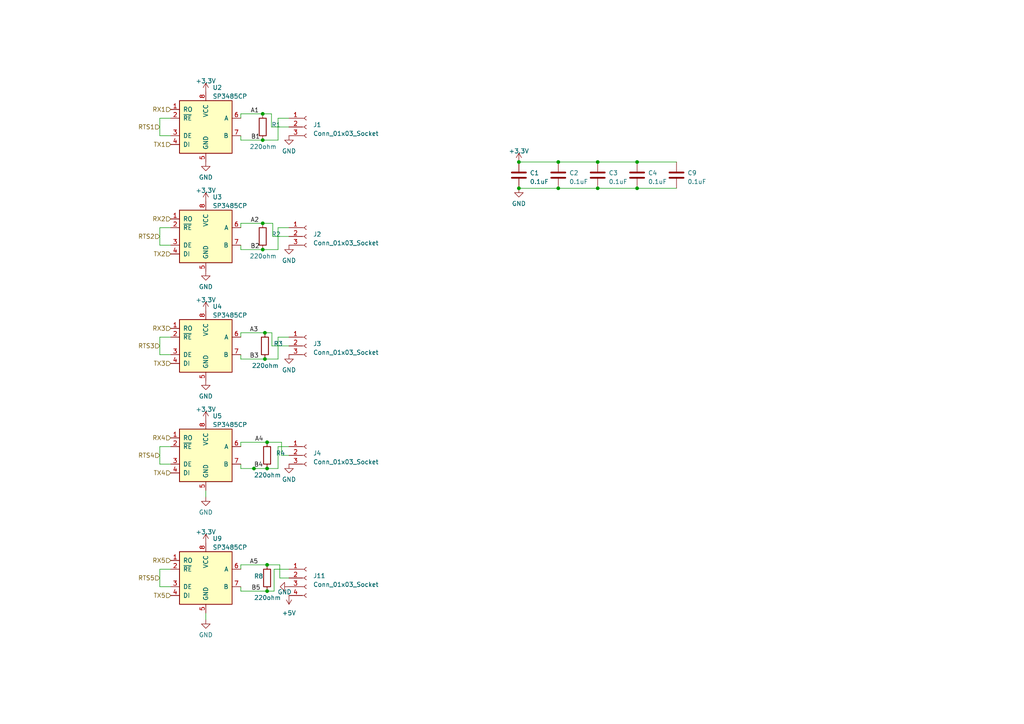
<source format=kicad_sch>
(kicad_sch (version 20230121) (generator eeschema)

  (uuid ff55967e-d292-481f-85ee-83c08a13578d)

  (paper "A4")

  (lib_symbols
    (symbol "Connector:Conn_01x03_Socket" (pin_names (offset 1.016) hide) (in_bom yes) (on_board yes)
      (property "Reference" "J" (at 0 5.08 0)
        (effects (font (size 1.27 1.27)))
      )
      (property "Value" "Conn_01x03_Socket" (at 0 -5.08 0)
        (effects (font (size 1.27 1.27)))
      )
      (property "Footprint" "" (at 0 0 0)
        (effects (font (size 1.27 1.27)) hide)
      )
      (property "Datasheet" "~" (at 0 0 0)
        (effects (font (size 1.27 1.27)) hide)
      )
      (property "ki_locked" "" (at 0 0 0)
        (effects (font (size 1.27 1.27)))
      )
      (property "ki_keywords" "connector" (at 0 0 0)
        (effects (font (size 1.27 1.27)) hide)
      )
      (property "ki_description" "Generic connector, single row, 01x03, script generated" (at 0 0 0)
        (effects (font (size 1.27 1.27)) hide)
      )
      (property "ki_fp_filters" "Connector*:*_1x??_*" (at 0 0 0)
        (effects (font (size 1.27 1.27)) hide)
      )
      (symbol "Conn_01x03_Socket_1_1"
        (arc (start 0 -2.032) (mid -0.5058 -2.54) (end 0 -3.048)
          (stroke (width 0.1524) (type default))
          (fill (type none))
        )
        (polyline
          (pts
            (xy -1.27 -2.54)
            (xy -0.508 -2.54)
          )
          (stroke (width 0.1524) (type default))
          (fill (type none))
        )
        (polyline
          (pts
            (xy -1.27 0)
            (xy -0.508 0)
          )
          (stroke (width 0.1524) (type default))
          (fill (type none))
        )
        (polyline
          (pts
            (xy -1.27 2.54)
            (xy -0.508 2.54)
          )
          (stroke (width 0.1524) (type default))
          (fill (type none))
        )
        (arc (start 0 0.508) (mid -0.5058 0) (end 0 -0.508)
          (stroke (width 0.1524) (type default))
          (fill (type none))
        )
        (arc (start 0 3.048) (mid -0.5058 2.54) (end 0 2.032)
          (stroke (width 0.1524) (type default))
          (fill (type none))
        )
        (pin passive line (at -5.08 2.54 0) (length 3.81)
          (name "Pin_1" (effects (font (size 1.27 1.27))))
          (number "1" (effects (font (size 1.27 1.27))))
        )
        (pin passive line (at -5.08 0 0) (length 3.81)
          (name "Pin_2" (effects (font (size 1.27 1.27))))
          (number "2" (effects (font (size 1.27 1.27))))
        )
        (pin passive line (at -5.08 -2.54 0) (length 3.81)
          (name "Pin_3" (effects (font (size 1.27 1.27))))
          (number "3" (effects (font (size 1.27 1.27))))
        )
      )
    )
    (symbol "Connector:Conn_01x04_Socket" (pin_names (offset 1.016) hide) (in_bom yes) (on_board yes)
      (property "Reference" "J" (at 0 5.08 0)
        (effects (font (size 1.27 1.27)))
      )
      (property "Value" "Conn_01x04_Socket" (at 0 -7.62 0)
        (effects (font (size 1.27 1.27)))
      )
      (property "Footprint" "" (at 0 0 0)
        (effects (font (size 1.27 1.27)) hide)
      )
      (property "Datasheet" "~" (at 0 0 0)
        (effects (font (size 1.27 1.27)) hide)
      )
      (property "ki_locked" "" (at 0 0 0)
        (effects (font (size 1.27 1.27)))
      )
      (property "ki_keywords" "connector" (at 0 0 0)
        (effects (font (size 1.27 1.27)) hide)
      )
      (property "ki_description" "Generic connector, single row, 01x04, script generated" (at 0 0 0)
        (effects (font (size 1.27 1.27)) hide)
      )
      (property "ki_fp_filters" "Connector*:*_1x??_*" (at 0 0 0)
        (effects (font (size 1.27 1.27)) hide)
      )
      (symbol "Conn_01x04_Socket_1_1"
        (arc (start 0 -4.572) (mid -0.5058 -5.08) (end 0 -5.588)
          (stroke (width 0.1524) (type default))
          (fill (type none))
        )
        (arc (start 0 -2.032) (mid -0.5058 -2.54) (end 0 -3.048)
          (stroke (width 0.1524) (type default))
          (fill (type none))
        )
        (polyline
          (pts
            (xy -1.27 -5.08)
            (xy -0.508 -5.08)
          )
          (stroke (width 0.1524) (type default))
          (fill (type none))
        )
        (polyline
          (pts
            (xy -1.27 -2.54)
            (xy -0.508 -2.54)
          )
          (stroke (width 0.1524) (type default))
          (fill (type none))
        )
        (polyline
          (pts
            (xy -1.27 0)
            (xy -0.508 0)
          )
          (stroke (width 0.1524) (type default))
          (fill (type none))
        )
        (polyline
          (pts
            (xy -1.27 2.54)
            (xy -0.508 2.54)
          )
          (stroke (width 0.1524) (type default))
          (fill (type none))
        )
        (arc (start 0 0.508) (mid -0.5058 0) (end 0 -0.508)
          (stroke (width 0.1524) (type default))
          (fill (type none))
        )
        (arc (start 0 3.048) (mid -0.5058 2.54) (end 0 2.032)
          (stroke (width 0.1524) (type default))
          (fill (type none))
        )
        (pin passive line (at -5.08 2.54 0) (length 3.81)
          (name "Pin_1" (effects (font (size 1.27 1.27))))
          (number "1" (effects (font (size 1.27 1.27))))
        )
        (pin passive line (at -5.08 0 0) (length 3.81)
          (name "Pin_2" (effects (font (size 1.27 1.27))))
          (number "2" (effects (font (size 1.27 1.27))))
        )
        (pin passive line (at -5.08 -2.54 0) (length 3.81)
          (name "Pin_3" (effects (font (size 1.27 1.27))))
          (number "3" (effects (font (size 1.27 1.27))))
        )
        (pin passive line (at -5.08 -5.08 0) (length 3.81)
          (name "Pin_4" (effects (font (size 1.27 1.27))))
          (number "4" (effects (font (size 1.27 1.27))))
        )
      )
    )
    (symbol "Device:C" (pin_numbers hide) (pin_names (offset 0.254)) (in_bom yes) (on_board yes)
      (property "Reference" "C" (at 0.635 2.54 0)
        (effects (font (size 1.27 1.27)) (justify left))
      )
      (property "Value" "C" (at 0.635 -2.54 0)
        (effects (font (size 1.27 1.27)) (justify left))
      )
      (property "Footprint" "" (at 0.9652 -3.81 0)
        (effects (font (size 1.27 1.27)) hide)
      )
      (property "Datasheet" "~" (at 0 0 0)
        (effects (font (size 1.27 1.27)) hide)
      )
      (property "ki_keywords" "cap capacitor" (at 0 0 0)
        (effects (font (size 1.27 1.27)) hide)
      )
      (property "ki_description" "Unpolarized capacitor" (at 0 0 0)
        (effects (font (size 1.27 1.27)) hide)
      )
      (property "ki_fp_filters" "C_*" (at 0 0 0)
        (effects (font (size 1.27 1.27)) hide)
      )
      (symbol "C_0_1"
        (polyline
          (pts
            (xy -2.032 -0.762)
            (xy 2.032 -0.762)
          )
          (stroke (width 0.508) (type default))
          (fill (type none))
        )
        (polyline
          (pts
            (xy -2.032 0.762)
            (xy 2.032 0.762)
          )
          (stroke (width 0.508) (type default))
          (fill (type none))
        )
      )
      (symbol "C_1_1"
        (pin passive line (at 0 3.81 270) (length 2.794)
          (name "~" (effects (font (size 1.27 1.27))))
          (number "1" (effects (font (size 1.27 1.27))))
        )
        (pin passive line (at 0 -3.81 90) (length 2.794)
          (name "~" (effects (font (size 1.27 1.27))))
          (number "2" (effects (font (size 1.27 1.27))))
        )
      )
    )
    (symbol "Device:R" (pin_numbers hide) (pin_names (offset 0)) (in_bom yes) (on_board yes)
      (property "Reference" "R" (at 2.032 0 90)
        (effects (font (size 1.27 1.27)))
      )
      (property "Value" "R" (at 0 0 90)
        (effects (font (size 1.27 1.27)))
      )
      (property "Footprint" "" (at -1.778 0 90)
        (effects (font (size 1.27 1.27)) hide)
      )
      (property "Datasheet" "~" (at 0 0 0)
        (effects (font (size 1.27 1.27)) hide)
      )
      (property "ki_keywords" "R res resistor" (at 0 0 0)
        (effects (font (size 1.27 1.27)) hide)
      )
      (property "ki_description" "Resistor" (at 0 0 0)
        (effects (font (size 1.27 1.27)) hide)
      )
      (property "ki_fp_filters" "R_*" (at 0 0 0)
        (effects (font (size 1.27 1.27)) hide)
      )
      (symbol "R_0_1"
        (rectangle (start -1.016 -2.54) (end 1.016 2.54)
          (stroke (width 0.254) (type default))
          (fill (type none))
        )
      )
      (symbol "R_1_1"
        (pin passive line (at 0 3.81 270) (length 1.27)
          (name "~" (effects (font (size 1.27 1.27))))
          (number "1" (effects (font (size 1.27 1.27))))
        )
        (pin passive line (at 0 -3.81 90) (length 1.27)
          (name "~" (effects (font (size 1.27 1.27))))
          (number "2" (effects (font (size 1.27 1.27))))
        )
      )
    )
    (symbol "Interface_UART:SP3485CP" (pin_names (offset 1.016)) (in_bom yes) (on_board yes)
      (property "Reference" "U" (at -7.62 8.89 0)
        (effects (font (size 1.27 1.27)) (justify left))
      )
      (property "Value" "SP3485CP" (at 2.54 8.89 0)
        (effects (font (size 1.27 1.27)) (justify left))
      )
      (property "Footprint" "Package_DIP:DIP-8_W7.62mm" (at 0 0 0)
        (effects (font (size 1.27 1.27) italic) hide)
      )
      (property "Datasheet" "http://www.icbase.com/pdf/SPX/SPX00480106.pdf" (at 0 0 0)
        (effects (font (size 1.27 1.27)) hide)
      )
      (property "ki_keywords" "Low Power Half-Duplex RS-485 Transceiver 10Mbps" (at 0 0 0)
        (effects (font (size 1.27 1.27)) hide)
      )
      (property "ki_description" "3.3V Low Power Half-Duplex RS-485 Transceiver 10Mbps, DIP8" (at 0 0 0)
        (effects (font (size 1.27 1.27)) hide)
      )
      (property "ki_fp_filters" "DIP*W7.62mm*" (at 0 0 0)
        (effects (font (size 1.27 1.27)) hide)
      )
      (symbol "SP3485CP_0_1"
        (rectangle (start -7.62 7.62) (end 7.62 -7.62)
          (stroke (width 0.254) (type default))
          (fill (type background))
        )
      )
      (symbol "SP3485CP_1_1"
        (pin output line (at -10.16 5.08 0) (length 2.54)
          (name "RO" (effects (font (size 1.27 1.27))))
          (number "1" (effects (font (size 1.27 1.27))))
        )
        (pin input line (at -10.16 2.54 0) (length 2.54)
          (name "~{RE}" (effects (font (size 1.27 1.27))))
          (number "2" (effects (font (size 1.27 1.27))))
        )
        (pin input line (at -10.16 -2.54 0) (length 2.54)
          (name "DE" (effects (font (size 1.27 1.27))))
          (number "3" (effects (font (size 1.27 1.27))))
        )
        (pin input line (at -10.16 -5.08 0) (length 2.54)
          (name "DI" (effects (font (size 1.27 1.27))))
          (number "4" (effects (font (size 1.27 1.27))))
        )
        (pin power_in line (at 0 -10.16 90) (length 2.54)
          (name "GND" (effects (font (size 1.27 1.27))))
          (number "5" (effects (font (size 1.27 1.27))))
        )
        (pin bidirectional line (at 10.16 2.54 180) (length 2.54)
          (name "A" (effects (font (size 1.27 1.27))))
          (number "6" (effects (font (size 1.27 1.27))))
        )
        (pin bidirectional line (at 10.16 -2.54 180) (length 2.54)
          (name "B" (effects (font (size 1.27 1.27))))
          (number "7" (effects (font (size 1.27 1.27))))
        )
        (pin power_in line (at 0 10.16 270) (length 2.54)
          (name "VCC" (effects (font (size 1.27 1.27))))
          (number "8" (effects (font (size 1.27 1.27))))
        )
      )
    )
    (symbol "power:+3.3V" (power) (pin_names (offset 0)) (in_bom yes) (on_board yes)
      (property "Reference" "#PWR" (at 0 -3.81 0)
        (effects (font (size 1.27 1.27)) hide)
      )
      (property "Value" "+3.3V" (at 0 3.556 0)
        (effects (font (size 1.27 1.27)))
      )
      (property "Footprint" "" (at 0 0 0)
        (effects (font (size 1.27 1.27)) hide)
      )
      (property "Datasheet" "" (at 0 0 0)
        (effects (font (size 1.27 1.27)) hide)
      )
      (property "ki_keywords" "global power" (at 0 0 0)
        (effects (font (size 1.27 1.27)) hide)
      )
      (property "ki_description" "Power symbol creates a global label with name \"+3.3V\"" (at 0 0 0)
        (effects (font (size 1.27 1.27)) hide)
      )
      (symbol "+3.3V_0_1"
        (polyline
          (pts
            (xy -0.762 1.27)
            (xy 0 2.54)
          )
          (stroke (width 0) (type default))
          (fill (type none))
        )
        (polyline
          (pts
            (xy 0 0)
            (xy 0 2.54)
          )
          (stroke (width 0) (type default))
          (fill (type none))
        )
        (polyline
          (pts
            (xy 0 2.54)
            (xy 0.762 1.27)
          )
          (stroke (width 0) (type default))
          (fill (type none))
        )
      )
      (symbol "+3.3V_1_1"
        (pin power_in line (at 0 0 90) (length 0) hide
          (name "+3.3V" (effects (font (size 1.27 1.27))))
          (number "1" (effects (font (size 1.27 1.27))))
        )
      )
    )
    (symbol "power:+5V" (power) (pin_names (offset 0)) (in_bom yes) (on_board yes)
      (property "Reference" "#PWR" (at 0 -3.81 0)
        (effects (font (size 1.27 1.27)) hide)
      )
      (property "Value" "+5V" (at 0 3.556 0)
        (effects (font (size 1.27 1.27)))
      )
      (property "Footprint" "" (at 0 0 0)
        (effects (font (size 1.27 1.27)) hide)
      )
      (property "Datasheet" "" (at 0 0 0)
        (effects (font (size 1.27 1.27)) hide)
      )
      (property "ki_keywords" "global power" (at 0 0 0)
        (effects (font (size 1.27 1.27)) hide)
      )
      (property "ki_description" "Power symbol creates a global label with name \"+5V\"" (at 0 0 0)
        (effects (font (size 1.27 1.27)) hide)
      )
      (symbol "+5V_0_1"
        (polyline
          (pts
            (xy -0.762 1.27)
            (xy 0 2.54)
          )
          (stroke (width 0) (type default))
          (fill (type none))
        )
        (polyline
          (pts
            (xy 0 0)
            (xy 0 2.54)
          )
          (stroke (width 0) (type default))
          (fill (type none))
        )
        (polyline
          (pts
            (xy 0 2.54)
            (xy 0.762 1.27)
          )
          (stroke (width 0) (type default))
          (fill (type none))
        )
      )
      (symbol "+5V_1_1"
        (pin power_in line (at 0 0 90) (length 0) hide
          (name "+5V" (effects (font (size 1.27 1.27))))
          (number "1" (effects (font (size 1.27 1.27))))
        )
      )
    )
    (symbol "power:GND" (power) (pin_names (offset 0)) (in_bom yes) (on_board yes)
      (property "Reference" "#PWR" (at 0 -6.35 0)
        (effects (font (size 1.27 1.27)) hide)
      )
      (property "Value" "GND" (at 0 -3.81 0)
        (effects (font (size 1.27 1.27)))
      )
      (property "Footprint" "" (at 0 0 0)
        (effects (font (size 1.27 1.27)) hide)
      )
      (property "Datasheet" "" (at 0 0 0)
        (effects (font (size 1.27 1.27)) hide)
      )
      (property "ki_keywords" "global power" (at 0 0 0)
        (effects (font (size 1.27 1.27)) hide)
      )
      (property "ki_description" "Power symbol creates a global label with name \"GND\" , ground" (at 0 0 0)
        (effects (font (size 1.27 1.27)) hide)
      )
      (symbol "GND_0_1"
        (polyline
          (pts
            (xy 0 0)
            (xy 0 -1.27)
            (xy 1.27 -1.27)
            (xy 0 -2.54)
            (xy -1.27 -1.27)
            (xy 0 -1.27)
          )
          (stroke (width 0) (type default))
          (fill (type none))
        )
      )
      (symbol "GND_1_1"
        (pin power_in line (at 0 0 270) (length 0) hide
          (name "GND" (effects (font (size 1.27 1.27))))
          (number "1" (effects (font (size 1.27 1.27))))
        )
      )
    )
  )

  (junction (at 184.785 54.61) (diameter 0) (color 0 0 0 0)
    (uuid 1ed001af-5487-4ba7-a1c9-2e88d91959dc)
  )
  (junction (at 173.355 46.99) (diameter 0) (color 0 0 0 0)
    (uuid 24665da4-6f84-4918-a714-bd201358ad39)
  )
  (junction (at 150.495 46.99) (diameter 0) (color 0 0 0 0)
    (uuid 2a565c63-0646-41c8-9642-704a2275beab)
  )
  (junction (at 161.925 54.61) (diameter 0) (color 0 0 0 0)
    (uuid 2cb716e4-2980-478d-ad71-48b4bebf246d)
  )
  (junction (at 76.835 104.14) (diameter 0) (color 0 0 0 0)
    (uuid 3a994042-04e7-4207-ac04-13d535dd81e6)
  )
  (junction (at 77.47 171.45) (diameter 0) (color 0 0 0 0)
    (uuid 42749183-cba4-4a0d-b962-313712923d69)
  )
  (junction (at 76.2 64.77) (diameter 0) (color 0 0 0 0)
    (uuid 4c0c5858-8015-4cae-80b7-7b90bdb424d9)
  )
  (junction (at 73.66 135.89) (diameter 0) (color 0 0 0 0)
    (uuid 53ab9b0b-f345-4dfb-9be6-7d0aefc0c7c1)
  )
  (junction (at 77.47 163.83) (diameter 0) (color 0 0 0 0)
    (uuid 57a4c95b-b5f7-42b6-beb8-b518186419aa)
  )
  (junction (at 150.495 54.61) (diameter 0) (color 0 0 0 0)
    (uuid 5f420646-188c-4da9-aff0-35359af5f2a7)
  )
  (junction (at 76.2 72.39) (diameter 0) (color 0 0 0 0)
    (uuid 646bb620-bdc1-44f5-911d-6f97495bbc4a)
  )
  (junction (at 76.835 96.52) (diameter 0) (color 0 0 0 0)
    (uuid 696a5036-a503-4a7b-80ec-53f240d5ac2d)
  )
  (junction (at 161.925 46.99) (diameter 0) (color 0 0 0 0)
    (uuid 84a04e47-6a94-49d1-a0bd-491748486d74)
  )
  (junction (at 76.2 33.02) (diameter 0) (color 0 0 0 0)
    (uuid a3e7f856-1669-4a89-8452-21d265425e0e)
  )
  (junction (at 173.355 54.61) (diameter 0) (color 0 0 0 0)
    (uuid ac79b24c-cee2-4e63-8cc3-6cf49408b98b)
  )
  (junction (at 76.2 40.64) (diameter 0) (color 0 0 0 0)
    (uuid c644e4ee-b3a7-46c1-87cc-20c99dc272f3)
  )
  (junction (at 77.47 128.27) (diameter 0) (color 0 0 0 0)
    (uuid c94d77bb-9c6d-4bc5-9e52-5549fce955bd)
  )
  (junction (at 184.785 46.99) (diameter 0) (color 0 0 0 0)
    (uuid cc2d211e-1dc2-4fcb-b86a-1abc45b82fdb)
  )
  (junction (at 77.47 135.89) (diameter 0) (color 0 0 0 0)
    (uuid ee59767e-3351-4752-9f6f-3b4e66aaf33b)
  )

  (wire (pts (xy 80.645 66.04) (xy 83.82 66.04))
    (stroke (width 0) (type default))
    (uuid 047543b4-4c57-444e-9ee0-8c53e26eeb1f)
  )
  (wire (pts (xy 78.74 33.02) (xy 76.2 33.02))
    (stroke (width 0) (type default))
    (uuid 05bcf519-9491-4d9c-99f4-95e910731352)
  )
  (wire (pts (xy 76.2 72.39) (xy 80.645 72.39))
    (stroke (width 0) (type default))
    (uuid 0aa9c27c-7cdb-47ef-9dfa-cb4cbd8e4983)
  )
  (wire (pts (xy 49.53 34.29) (xy 46.355 34.29))
    (stroke (width 0) (type default))
    (uuid 0cc2c3a1-2801-4274-a14b-18a3e2ea6452)
  )
  (wire (pts (xy 69.85 170.18) (xy 69.85 171.45))
    (stroke (width 0) (type default))
    (uuid 1509319e-549d-4bfa-a24c-f3be66233279)
  )
  (wire (pts (xy 79.121 68.58) (xy 79.121 64.77))
    (stroke (width 0) (type default))
    (uuid 17d6c2d8-6eb8-45dc-ad20-d265fdaecfc9)
  )
  (wire (pts (xy 77.47 163.83) (xy 81.153 163.83))
    (stroke (width 0) (type default))
    (uuid 1c443451-c853-4ca0-982f-1bf0ce0b63df)
  )
  (wire (pts (xy 184.785 54.61) (xy 196.215 54.61))
    (stroke (width 0) (type default))
    (uuid 1cb7009a-214c-4e8f-99c6-ecc6ad0a0852)
  )
  (wire (pts (xy 173.355 46.99) (xy 184.785 46.99))
    (stroke (width 0) (type default))
    (uuid 1cc2dfac-55d4-4d1e-8c54-676b8e6bd547)
  )
  (wire (pts (xy 69.85 102.87) (xy 69.85 104.14))
    (stroke (width 0) (type default))
    (uuid 1fcfd464-0e59-4213-a142-7caf89001574)
  )
  (wire (pts (xy 69.85 163.83) (xy 77.47 163.83))
    (stroke (width 0) (type default))
    (uuid 250ccbfa-9ee0-4f2e-b308-e2369c8589c0)
  )
  (wire (pts (xy 80.645 129.54) (xy 80.645 135.89))
    (stroke (width 0) (type default))
    (uuid 29a73e22-4e55-473f-9fd7-4490fa9a3d9c)
  )
  (wire (pts (xy 69.85 129.54) (xy 69.85 128.27))
    (stroke (width 0) (type default))
    (uuid 2ad55686-2883-4496-8424-04743d2d1f3e)
  )
  (wire (pts (xy 69.85 40.64) (xy 76.2 40.64))
    (stroke (width 0) (type default))
    (uuid 2cc67b5b-8214-4878-bcca-7491a43add23)
  )
  (wire (pts (xy 77.47 171.45) (xy 79.502 171.45))
    (stroke (width 0) (type default))
    (uuid 36fdea91-4082-424d-9b85-1ce8d8eef75d)
  )
  (wire (pts (xy 49.53 71.12) (xy 46.355 71.12))
    (stroke (width 0) (type default))
    (uuid 38c0888d-9dcc-4a9c-b356-27c29952e9f5)
  )
  (wire (pts (xy 150.495 54.61) (xy 161.925 54.61))
    (stroke (width 0) (type default))
    (uuid 3902a20a-4ac1-419f-994c-3fe93ab558ea)
  )
  (wire (pts (xy 46.355 66.04) (xy 46.355 71.12))
    (stroke (width 0) (type default))
    (uuid 3c6d127e-58e0-46ad-b084-17ea4de09031)
  )
  (wire (pts (xy 78.867 96.52) (xy 76.835 96.52))
    (stroke (width 0) (type default))
    (uuid 40cb642c-030a-4dd8-9287-04bd6af7bdd1)
  )
  (wire (pts (xy 184.785 46.99) (xy 196.215 46.99))
    (stroke (width 0) (type default))
    (uuid 42cb449f-f60a-4b12-b88e-a2ab481b92df)
  )
  (wire (pts (xy 77.47 135.89) (xy 80.645 135.89))
    (stroke (width 0) (type default))
    (uuid 43c5243b-8c59-4f33-ba58-e007aa2d2c74)
  )
  (wire (pts (xy 161.925 54.61) (xy 173.355 54.61))
    (stroke (width 0) (type default))
    (uuid 45f3e022-8206-4720-b4b0-59ebf9574eba)
  )
  (wire (pts (xy 80.645 40.64) (xy 76.2 40.64))
    (stroke (width 0) (type default))
    (uuid 4880e9de-86d0-49f8-b551-030a8b375971)
  )
  (wire (pts (xy 80.645 97.79) (xy 80.645 104.14))
    (stroke (width 0) (type default))
    (uuid 4a20d333-02ce-4c4f-b91f-d16027456199)
  )
  (wire (pts (xy 69.85 171.45) (xy 77.47 171.45))
    (stroke (width 0) (type default))
    (uuid 4a40693f-eef1-491f-9000-d16cc5ec78d0)
  )
  (wire (pts (xy 69.85 97.79) (xy 69.85 96.52))
    (stroke (width 0) (type default))
    (uuid 4b2478f3-7876-4ce5-aebe-f0710e7ffd5c)
  )
  (wire (pts (xy 49.53 165.1) (xy 46.355 165.1))
    (stroke (width 0) (type default))
    (uuid 4c453ca2-f135-49c6-a81e-021a3259e29b)
  )
  (wire (pts (xy 46.355 97.79) (xy 46.355 102.87))
    (stroke (width 0) (type default))
    (uuid 4e6a155c-4da3-4721-a7bd-d60907b0204d)
  )
  (wire (pts (xy 49.53 39.37) (xy 46.355 39.37))
    (stroke (width 0) (type default))
    (uuid 5313843c-a846-4608-bb1c-6e8387df170e)
  )
  (wire (pts (xy 83.82 129.54) (xy 80.645 129.54))
    (stroke (width 0) (type default))
    (uuid 54f45e3b-ad9b-489f-935c-1c2871f4a5d3)
  )
  (wire (pts (xy 46.355 129.54) (xy 46.355 134.62))
    (stroke (width 0) (type default))
    (uuid 595341b0-f23e-47c8-9f30-3f641b6b3d47)
  )
  (wire (pts (xy 81.661 128.27) (xy 77.47 128.27))
    (stroke (width 0) (type default))
    (uuid 5aa828b8-f561-4782-924f-d59f6bf009d7)
  )
  (wire (pts (xy 83.82 68.58) (xy 79.121 68.58))
    (stroke (width 0) (type default))
    (uuid 5dab8260-2178-475e-9d37-159f55bf3a1e)
  )
  (wire (pts (xy 49.53 170.18) (xy 46.355 170.18))
    (stroke (width 0) (type default))
    (uuid 60c6e095-4466-48f4-86de-b77260500159)
  )
  (wire (pts (xy 46.355 34.29) (xy 46.355 39.37))
    (stroke (width 0) (type default))
    (uuid 62be6abd-1116-4cf5-90a9-8c75b22ac9ae)
  )
  (wire (pts (xy 173.355 54.61) (xy 184.785 54.61))
    (stroke (width 0) (type default))
    (uuid 6524bb08-2ca5-4757-aaa1-e0c74c84aa0c)
  )
  (wire (pts (xy 69.85 39.37) (xy 69.85 40.64))
    (stroke (width 0) (type default))
    (uuid 67f17886-c01b-4122-8b71-1756a4ed401b)
  )
  (wire (pts (xy 49.53 97.79) (xy 46.355 97.79))
    (stroke (width 0) (type default))
    (uuid 749792f1-c839-4fea-8772-d41446cf0357)
  )
  (wire (pts (xy 81.661 132.08) (xy 81.661 128.27))
    (stroke (width 0) (type default))
    (uuid 762ff231-d48f-4eb0-813b-64bf17fc346a)
  )
  (wire (pts (xy 69.85 165.1) (xy 69.85 163.83))
    (stroke (width 0) (type default))
    (uuid 76a7e517-08a9-44b2-8de7-2025d12764ea)
  )
  (wire (pts (xy 80.645 66.04) (xy 80.645 72.39))
    (stroke (width 0) (type default))
    (uuid 78b4ebea-116b-4b89-8abb-e56d60d769b2)
  )
  (wire (pts (xy 78.867 100.33) (xy 78.867 96.52))
    (stroke (width 0) (type default))
    (uuid 78f08d09-7e65-4ed8-a849-0af25b2961c8)
  )
  (wire (pts (xy 79.502 165.1) (xy 79.502 171.45))
    (stroke (width 0) (type default))
    (uuid 7fe71fc2-3d54-43db-8b56-678ac2031ce5)
  )
  (wire (pts (xy 83.82 100.33) (xy 78.867 100.33))
    (stroke (width 0) (type default))
    (uuid 8981b172-a73f-4db2-bc08-368c6e8ab449)
  )
  (wire (pts (xy 83.82 34.29) (xy 80.645 34.29))
    (stroke (width 0) (type default))
    (uuid 8be3a19d-7624-4e8a-8dff-a650751e8848)
  )
  (wire (pts (xy 46.355 165.1) (xy 46.355 170.18))
    (stroke (width 0) (type default))
    (uuid 8c71efe4-489f-4e4b-bdea-7fb5e95c38b3)
  )
  (wire (pts (xy 69.85 71.12) (xy 69.85 72.39))
    (stroke (width 0) (type default))
    (uuid 8f9e9386-9eed-4a67-9a37-ddd5f6cbfb17)
  )
  (wire (pts (xy 69.85 96.52) (xy 76.835 96.52))
    (stroke (width 0) (type default))
    (uuid 94a31e7f-21a9-489a-8815-951f2deea867)
  )
  (wire (pts (xy 69.85 128.27) (xy 77.47 128.27))
    (stroke (width 0) (type default))
    (uuid 989b3ac4-5b79-407f-a581-1fa379a06a86)
  )
  (wire (pts (xy 76.835 104.14) (xy 80.645 104.14))
    (stroke (width 0) (type default))
    (uuid 9b4a5e6e-4729-4271-a3fe-26dd888b2612)
  )
  (wire (pts (xy 81.153 167.64) (xy 81.153 163.83))
    (stroke (width 0) (type default))
    (uuid 9e007747-5df1-4c3f-9e1e-394ab4dba578)
  )
  (wire (pts (xy 49.53 134.62) (xy 46.355 134.62))
    (stroke (width 0) (type default))
    (uuid a31df8d5-ba06-4dcc-9eeb-6507f095974e)
  )
  (wire (pts (xy 83.82 36.83) (xy 78.74 36.83))
    (stroke (width 0) (type default))
    (uuid a7a584b1-28ad-4771-8fad-556b3fb79c34)
  )
  (wire (pts (xy 59.69 177.8) (xy 59.69 179.705))
    (stroke (width 0) (type default))
    (uuid a91eaa9b-3ed4-4369-847f-74a6a78d8248)
  )
  (wire (pts (xy 79.121 64.77) (xy 76.2 64.77))
    (stroke (width 0) (type default))
    (uuid a9fec4f9-9741-4eb5-ac1f-40a25042c3d7)
  )
  (wire (pts (xy 49.53 102.87) (xy 46.355 102.87))
    (stroke (width 0) (type default))
    (uuid ad40b603-e492-4a07-b2bb-f6ac677bba5a)
  )
  (wire (pts (xy 73.66 135.89) (xy 77.47 135.89))
    (stroke (width 0) (type default))
    (uuid b6339e4f-093f-42c6-90d0-d921df219181)
  )
  (wire (pts (xy 83.82 165.1) (xy 79.502 165.1))
    (stroke (width 0) (type default))
    (uuid b6923d13-b43f-4d03-aa75-f40109428a6f)
  )
  (wire (pts (xy 69.85 135.89) (xy 73.66 135.89))
    (stroke (width 0) (type default))
    (uuid b6a56ddc-02af-4247-b617-675cfbd497f6)
  )
  (wire (pts (xy 161.925 46.99) (xy 173.355 46.99))
    (stroke (width 0) (type default))
    (uuid b873268b-dec3-480e-8c45-f2c2d4ee2f14)
  )
  (wire (pts (xy 80.645 34.29) (xy 80.645 40.64))
    (stroke (width 0) (type default))
    (uuid b904a07b-65a5-4e87-9ddf-c4470ad53e92)
  )
  (wire (pts (xy 150.495 46.99) (xy 161.925 46.99))
    (stroke (width 0) (type default))
    (uuid ba604f58-5cb1-4be1-88ff-9d59e8b54074)
  )
  (wire (pts (xy 69.85 134.62) (xy 69.85 135.89))
    (stroke (width 0) (type default))
    (uuid bda577d2-bc5b-4255-817f-3000b854594e)
  )
  (wire (pts (xy 83.82 132.08) (xy 81.661 132.08))
    (stroke (width 0) (type default))
    (uuid c3fe5f9c-7fb4-472c-88eb-18cee59660b4)
  )
  (wire (pts (xy 80.645 97.79) (xy 83.82 97.79))
    (stroke (width 0) (type default))
    (uuid cf47533c-7559-460f-9633-1e42e93a5450)
  )
  (wire (pts (xy 49.53 66.04) (xy 46.355 66.04))
    (stroke (width 0) (type default))
    (uuid d15064fc-d062-494c-8db8-464763daf937)
  )
  (wire (pts (xy 69.85 64.77) (xy 76.2 64.77))
    (stroke (width 0) (type default))
    (uuid d6f6438f-981a-43d8-bb97-0ed153a17f65)
  )
  (wire (pts (xy 73.66 135.763) (xy 73.66 135.89))
    (stroke (width 0) (type default))
    (uuid e216ee9a-6651-447a-9a0f-f5a0178e5f3d)
  )
  (wire (pts (xy 78.74 36.83) (xy 78.74 33.02))
    (stroke (width 0) (type default))
    (uuid e22c87cb-5c30-491f-ac9f-190b14110f50)
  )
  (wire (pts (xy 69.85 104.14) (xy 76.835 104.14))
    (stroke (width 0) (type default))
    (uuid e61dc296-51a7-42bb-bff3-b4e0f9b073f8)
  )
  (wire (pts (xy 69.85 66.04) (xy 69.85 64.77))
    (stroke (width 0) (type default))
    (uuid ebf567c8-60b6-4f7c-9e7a-1c1a30112db2)
  )
  (wire (pts (xy 49.53 129.54) (xy 46.355 129.54))
    (stroke (width 0) (type default))
    (uuid ed4d1afa-ac25-4075-ab32-9f04106bda93)
  )
  (wire (pts (xy 69.85 33.02) (xy 76.2 33.02))
    (stroke (width 0) (type default))
    (uuid ef113f58-daaf-4983-9c23-24102b2a9514)
  )
  (wire (pts (xy 59.69 142.24) (xy 59.69 144.145))
    (stroke (width 0) (type default))
    (uuid f24c7577-a8f8-4e97-83da-60cd393335db)
  )
  (wire (pts (xy 69.85 72.39) (xy 76.2 72.39))
    (stroke (width 0) (type default))
    (uuid f5b20f65-9eb2-4fb9-99e9-66437ec90059)
  )
  (wire (pts (xy 83.82 167.64) (xy 81.153 167.64))
    (stroke (width 0) (type default))
    (uuid f740295f-8395-40fe-9032-a04f86a0c2a1)
  )
  (wire (pts (xy 69.85 34.29) (xy 69.85 33.02))
    (stroke (width 0) (type default))
    (uuid fb93711c-aaef-4cc0-9d74-75b4e824a79e)
  )

  (label "B5" (at 72.898 171.45 0) (fields_autoplaced)
    (effects (font (size 1.27 1.27)) (justify left bottom))
    (uuid 0e795a82-d441-4ca0-9fc4-9b283743f00b)
  )
  (label "A2" (at 72.644 64.77 0) (fields_autoplaced)
    (effects (font (size 1.27 1.27)) (justify left bottom))
    (uuid 572a1147-625d-4509-939b-aea037b79636)
  )
  (label "A1" (at 72.644 33.02 0) (fields_autoplaced)
    (effects (font (size 1.27 1.27)) (justify left bottom))
    (uuid 5a77ff83-f99c-48a1-9c1b-7e35742e6ab2)
  )
  (label "A3" (at 72.39 96.52 0) (fields_autoplaced)
    (effects (font (size 1.27 1.27)) (justify left bottom))
    (uuid 6a15ec89-38b3-419c-8160-6dbd15e41847)
  )
  (label "B4" (at 73.66 135.763 0) (fields_autoplaced)
    (effects (font (size 1.27 1.27)) (justify left bottom))
    (uuid b47e487e-a5e1-4b10-aeb0-0e54ec087ad2)
  )
  (label "B1" (at 72.771 40.64 0) (fields_autoplaced)
    (effects (font (size 1.27 1.27)) (justify left bottom))
    (uuid cb29c2f0-476f-4e8a-be99-4eb8abdf8793)
  )
  (label "A4" (at 73.914 128.27 0) (fields_autoplaced)
    (effects (font (size 1.27 1.27)) (justify left bottom))
    (uuid d874d3de-5164-4f94-93ef-6a9b88c338c3)
  )
  (label "B2" (at 72.644 72.39 0) (fields_autoplaced)
    (effects (font (size 1.27 1.27)) (justify left bottom))
    (uuid eccc5cd4-c0ac-4e5b-b193-44ca23979123)
  )
  (label "A5" (at 72.39 163.83 0) (fields_autoplaced)
    (effects (font (size 1.27 1.27)) (justify left bottom))
    (uuid f53b573e-0ea5-4c07-8e8b-5ae6103b3fb0)
  )
  (label "B3" (at 72.39 104.14 0) (fields_autoplaced)
    (effects (font (size 1.27 1.27)) (justify left bottom))
    (uuid f9a091b8-f31e-4df9-aed4-a8cf6ecdc733)
  )

  (hierarchical_label "TX1" (shape input) (at 49.53 41.91 180) (fields_autoplaced)
    (effects (font (size 1.27 1.27)) (justify right))
    (uuid 030e3629-4dbe-4204-b26d-c9b7072feaf6)
  )
  (hierarchical_label "RX1" (shape input) (at 49.53 31.75 180) (fields_autoplaced)
    (effects (font (size 1.27 1.27)) (justify right))
    (uuid 05baa8bb-d51c-4422-9e42-cd50f0ac450e)
  )
  (hierarchical_label "RX3" (shape input) (at 49.53 95.25 180) (fields_autoplaced)
    (effects (font (size 1.27 1.27)) (justify right))
    (uuid 0895bd47-3f4f-4d77-ba01-3690400088b2)
  )
  (hierarchical_label "RTS3" (shape input) (at 46.355 100.33 180) (fields_autoplaced)
    (effects (font (size 1.27 1.27)) (justify right))
    (uuid 3842e462-d0b8-4800-8b91-0e9c9f537c2d)
  )
  (hierarchical_label "RTS2" (shape input) (at 46.355 68.58 180) (fields_autoplaced)
    (effects (font (size 1.27 1.27)) (justify right))
    (uuid 548e1233-7296-4cbb-bbd1-e2fc3c5764f2)
  )
  (hierarchical_label "RX2" (shape input) (at 49.53 63.5 180) (fields_autoplaced)
    (effects (font (size 1.27 1.27)) (justify right))
    (uuid 5ad469af-212f-4813-a177-8b3a07d688f5)
  )
  (hierarchical_label "TX2" (shape input) (at 49.53 73.66 180) (fields_autoplaced)
    (effects (font (size 1.27 1.27)) (justify right))
    (uuid 722205c5-e4a2-4767-ad8c-1d9b8d922ac3)
  )
  (hierarchical_label "RX5" (shape input) (at 49.53 162.56 180) (fields_autoplaced)
    (effects (font (size 1.27 1.27)) (justify right))
    (uuid 7ef481c6-a431-4bbb-857e-13390367862d)
  )
  (hierarchical_label "TX4" (shape input) (at 49.53 137.16 180) (fields_autoplaced)
    (effects (font (size 1.27 1.27)) (justify right))
    (uuid 8d530fb5-c240-4e00-9124-a8467d627135)
  )
  (hierarchical_label "RX4" (shape input) (at 49.53 127 180) (fields_autoplaced)
    (effects (font (size 1.27 1.27)) (justify right))
    (uuid 920efa2d-d2cc-4d83-bb75-763f0f0fc6ae)
  )
  (hierarchical_label "TX3" (shape input) (at 49.53 105.41 180) (fields_autoplaced)
    (effects (font (size 1.27 1.27)) (justify right))
    (uuid ae916658-6b47-4153-8df9-4b337708db38)
  )
  (hierarchical_label "RTS4" (shape input) (at 46.355 132.08 180) (fields_autoplaced)
    (effects (font (size 1.27 1.27)) (justify right))
    (uuid aeadf668-11ea-4cce-98dc-9bc8da398d7b)
  )
  (hierarchical_label "RTS1" (shape input) (at 46.355 36.83 180) (fields_autoplaced)
    (effects (font (size 1.27 1.27)) (justify right))
    (uuid b4765053-2ed4-452a-ad59-d4ef4510c1f7)
  )
  (hierarchical_label "TX5" (shape input) (at 49.53 172.72 180) (fields_autoplaced)
    (effects (font (size 1.27 1.27)) (justify right))
    (uuid bbe60338-edaa-4a58-ab2c-c95e02ee6513)
  )
  (hierarchical_label "RTS5" (shape input) (at 46.355 167.64 180) (fields_autoplaced)
    (effects (font (size 1.27 1.27)) (justify right))
    (uuid ea675921-9171-4192-ad3a-2fc674d4c274)
  )

  (symbol (lib_id "Device:C") (at 184.785 50.8 0) (unit 1)
    (in_bom yes) (on_board yes) (dnp no) (fields_autoplaced)
    (uuid 01de99d3-16a6-48c7-af64-cd02dfb5de0f)
    (property "Reference" "C4" (at 187.96 50.165 0)
      (effects (font (size 1.27 1.27)) (justify left))
    )
    (property "Value" "0.1uF" (at 187.96 52.705 0)
      (effects (font (size 1.27 1.27)) (justify left))
    )
    (property "Footprint" "Capacitor_SMD:C_1206_3216Metric" (at 185.7502 54.61 0)
      (effects (font (size 1.27 1.27)) hide)
    )
    (property "Datasheet" "~" (at 184.785 50.8 0)
      (effects (font (size 1.27 1.27)) hide)
    )
    (pin "1" (uuid f8baa873-a578-4d82-8b5b-1476e9aab8b0))
    (pin "2" (uuid 329c77a5-dd25-432b-aa46-1f826c1b3c9f))
    (instances
      (project "Control_Board_v2"
        (path "/8799be14-0ab9-4921-91c9-16a28eec5adb/5af3fce4-fe4a-4a55-b239-43f7e73911ff"
          (reference "C4") (unit 1)
        )
        (path "/8799be14-0ab9-4921-91c9-16a28eec5adb/80e9cdfd-6efa-4c3c-bf10-bf1d52fa952c"
          (reference "C7") (unit 1)
        )
      )
    )
  )

  (symbol (lib_id "Device:R") (at 77.47 167.64 0) (unit 1)
    (in_bom yes) (on_board yes) (dnp no)
    (uuid 0672b7d1-e6d3-4af5-a0fe-df57870149a9)
    (property "Reference" "R8" (at 73.66 167.132 0)
      (effects (font (size 1.27 1.27)) (justify left))
    )
    (property "Value" "220ohm" (at 73.66 173.355 0)
      (effects (font (size 1.27 1.27)) (justify left))
    )
    (property "Footprint" "Resistor_SMD:R_1206_3216Metric" (at 75.692 167.64 90)
      (effects (font (size 1.27 1.27)) hide)
    )
    (property "Datasheet" "~" (at 77.47 167.64 0)
      (effects (font (size 1.27 1.27)) hide)
    )
    (pin "1" (uuid 4f0f3a40-29a3-40d1-8b13-312a9c67dab0))
    (pin "2" (uuid 3a83d5e3-b0a0-4be9-8edf-04385f79b06b))
    (instances
      (project "Control_Board_v2"
        (path "/8799be14-0ab9-4921-91c9-16a28eec5adb/5af3fce4-fe4a-4a55-b239-43f7e73911ff"
          (reference "R8") (unit 1)
        )
      )
    )
  )

  (symbol (lib_id "Device:C") (at 173.355 50.8 0) (unit 1)
    (in_bom yes) (on_board yes) (dnp no) (fields_autoplaced)
    (uuid 0a92e038-892e-4ae2-88a9-e9d8b3b221a3)
    (property "Reference" "C3" (at 176.53 50.165 0)
      (effects (font (size 1.27 1.27)) (justify left))
    )
    (property "Value" "0.1uF" (at 176.53 52.705 0)
      (effects (font (size 1.27 1.27)) (justify left))
    )
    (property "Footprint" "Capacitor_SMD:C_1206_3216Metric" (at 174.3202 54.61 0)
      (effects (font (size 1.27 1.27)) hide)
    )
    (property "Datasheet" "~" (at 173.355 50.8 0)
      (effects (font (size 1.27 1.27)) hide)
    )
    (pin "1" (uuid 5400c0be-f0c8-4801-ab66-363b3a6ea930))
    (pin "2" (uuid db44fae8-4255-4436-928d-a82db2b220e9))
    (instances
      (project "Control_Board_v2"
        (path "/8799be14-0ab9-4921-91c9-16a28eec5adb/5af3fce4-fe4a-4a55-b239-43f7e73911ff"
          (reference "C3") (unit 1)
        )
        (path "/8799be14-0ab9-4921-91c9-16a28eec5adb/80e9cdfd-6efa-4c3c-bf10-bf1d52fa952c"
          (reference "C7") (unit 1)
        )
      )
    )
  )

  (symbol (lib_id "Device:R") (at 77.47 132.08 0) (unit 1)
    (in_bom yes) (on_board yes) (dnp no)
    (uuid 2460a8b5-6084-4735-bb64-782d3ccef375)
    (property "Reference" "R4" (at 80.01 131.445 0)
      (effects (font (size 1.27 1.27)) (justify left))
    )
    (property "Value" "220ohm" (at 73.66 137.795 0)
      (effects (font (size 1.27 1.27)) (justify left))
    )
    (property "Footprint" "Resistor_SMD:R_1206_3216Metric" (at 75.692 132.08 90)
      (effects (font (size 1.27 1.27)) hide)
    )
    (property "Datasheet" "~" (at 77.47 132.08 0)
      (effects (font (size 1.27 1.27)) hide)
    )
    (pin "1" (uuid 2cff50e2-20fe-4be0-9f12-6cbd9580f323))
    (pin "2" (uuid d55882e9-0001-4390-8e60-e82035391c84))
    (instances
      (project "Control_Board_v2"
        (path "/8799be14-0ab9-4921-91c9-16a28eec5adb/5af3fce4-fe4a-4a55-b239-43f7e73911ff"
          (reference "R4") (unit 1)
        )
      )
    )
  )

  (symbol (lib_id "Connector:Conn_01x03_Socket") (at 88.9 68.58 0) (unit 1)
    (in_bom yes) (on_board yes) (dnp no) (fields_autoplaced)
    (uuid 24aaded9-b3d4-4afd-9190-0b2eedbec9a6)
    (property "Reference" "J2" (at 90.805 67.945 0)
      (effects (font (size 1.27 1.27)) (justify left))
    )
    (property "Value" "Conn_01x03_Socket" (at 90.805 70.485 0)
      (effects (font (size 1.27 1.27)) (justify left))
    )
    (property "Footprint" "Connector_JST:JST_GH_SM03B-GHS-TB_1x03-1MP_P1.25mm_Horizontal" (at 88.9 68.58 0)
      (effects (font (size 1.27 1.27)) hide)
    )
    (property "Datasheet" "~" (at 88.9 68.58 0)
      (effects (font (size 1.27 1.27)) hide)
    )
    (pin "1" (uuid 208e378f-95c7-4710-a1f6-e2f666baea22))
    (pin "2" (uuid b54fae18-c801-4d58-bf94-24fe8e8b4062))
    (pin "3" (uuid 411ae27b-f3ba-49be-a0b7-0a59ab9d0275))
    (instances
      (project "Control_Board_v2"
        (path "/8799be14-0ab9-4921-91c9-16a28eec5adb/5af3fce4-fe4a-4a55-b239-43f7e73911ff"
          (reference "J2") (unit 1)
        )
      )
    )
  )

  (symbol (lib_id "power:GND") (at 59.69 46.99 0) (unit 1)
    (in_bom yes) (on_board yes) (dnp no) (fields_autoplaced)
    (uuid 3204ccfd-5760-4472-a1ed-adb5479ada9f)
    (property "Reference" "#PWR04" (at 59.69 53.34 0)
      (effects (font (size 1.27 1.27)) hide)
    )
    (property "Value" "GND" (at 59.69 51.435 0)
      (effects (font (size 1.27 1.27)))
    )
    (property "Footprint" "" (at 59.69 46.99 0)
      (effects (font (size 1.27 1.27)) hide)
    )
    (property "Datasheet" "" (at 59.69 46.99 0)
      (effects (font (size 1.27 1.27)) hide)
    )
    (pin "1" (uuid 85cb0815-a91f-4aab-834b-da81f2ac1b92))
    (instances
      (project "Control_Board_v2"
        (path "/8799be14-0ab9-4921-91c9-16a28eec5adb/5af3fce4-fe4a-4a55-b239-43f7e73911ff"
          (reference "#PWR04") (unit 1)
        )
      )
    )
  )

  (symbol (lib_id "Interface_UART:SP3485CP") (at 59.69 100.33 0) (unit 1)
    (in_bom yes) (on_board yes) (dnp no) (fields_autoplaced)
    (uuid 36d1e11f-c23d-475f-97cc-e4c623afebf6)
    (property "Reference" "U4" (at 61.6459 88.9 0)
      (effects (font (size 1.27 1.27)) (justify left))
    )
    (property "Value" "SP3485CP" (at 61.6459 91.44 0)
      (effects (font (size 1.27 1.27)) (justify left))
    )
    (property "Footprint" "Package_SO:SOIC-8_3.9x4.9mm_P1.27mm" (at 59.69 100.33 0)
      (effects (font (size 1.27 1.27) italic) hide)
    )
    (property "Datasheet" "http://www.icbase.com/pdf/SPX/SPX00480106.pdf" (at 59.69 100.33 0)
      (effects (font (size 1.27 1.27)) hide)
    )
    (pin "1" (uuid 721f780f-cb08-415c-8ccf-0ba4a8b3cf60))
    (pin "2" (uuid 40676c00-a303-491d-a56b-bfd53d3112a2))
    (pin "3" (uuid 6b76c931-76cb-4a46-8c9f-def84d2c7116))
    (pin "4" (uuid 2ee00dbe-497e-41d5-9c82-1e285ba83f58))
    (pin "5" (uuid c437ecaf-b5d0-4777-9f8c-28d6d9777b5f))
    (pin "6" (uuid a51c79f6-b9ed-4354-8322-53f3f02f1c9c))
    (pin "7" (uuid fd4d46f2-8dad-4677-8b40-60f5bf814716))
    (pin "8" (uuid 4471d639-0f3f-4df6-864f-97447ddd355f))
    (instances
      (project "Control_Board_v2"
        (path "/8799be14-0ab9-4921-91c9-16a28eec5adb/5af3fce4-fe4a-4a55-b239-43f7e73911ff"
          (reference "U4") (unit 1)
        )
      )
    )
  )

  (symbol (lib_id "power:+3.3V") (at 59.69 26.67 0) (unit 1)
    (in_bom yes) (on_board yes) (dnp no) (fields_autoplaced)
    (uuid 4326304d-1489-47df-92c4-d5f074c53ecb)
    (property "Reference" "#PWR07" (at 59.69 30.48 0)
      (effects (font (size 1.27 1.27)) hide)
    )
    (property "Value" "+3.3V" (at 59.69 23.495 0)
      (effects (font (size 1.27 1.27)))
    )
    (property "Footprint" "" (at 59.69 26.67 0)
      (effects (font (size 1.27 1.27)) hide)
    )
    (property "Datasheet" "" (at 59.69 26.67 0)
      (effects (font (size 1.27 1.27)) hide)
    )
    (pin "1" (uuid f45ab133-2539-4716-a920-09d367e33b4b))
    (instances
      (project "Control_Board_v2"
        (path "/8799be14-0ab9-4921-91c9-16a28eec5adb/5af3fce4-fe4a-4a55-b239-43f7e73911ff"
          (reference "#PWR07") (unit 1)
        )
      )
    )
  )

  (symbol (lib_id "Device:R") (at 76.2 68.58 0) (unit 1)
    (in_bom yes) (on_board yes) (dnp no)
    (uuid 46cfbfc6-2700-4c45-b1ee-686ceedacd22)
    (property "Reference" "R2" (at 78.74 67.945 0)
      (effects (font (size 1.27 1.27)) (justify left))
    )
    (property "Value" "220ohm" (at 72.39 74.295 0)
      (effects (font (size 1.27 1.27)) (justify left))
    )
    (property "Footprint" "Resistor_SMD:R_1206_3216Metric" (at 74.422 68.58 90)
      (effects (font (size 1.27 1.27)) hide)
    )
    (property "Datasheet" "~" (at 76.2 68.58 0)
      (effects (font (size 1.27 1.27)) hide)
    )
    (pin "1" (uuid 5f275e44-2168-4e43-8f57-3c73fb5d5841))
    (pin "2" (uuid 59dd047b-2d15-4e22-8773-08c8972913f7))
    (instances
      (project "Control_Board_v2"
        (path "/8799be14-0ab9-4921-91c9-16a28eec5adb/5af3fce4-fe4a-4a55-b239-43f7e73911ff"
          (reference "R2") (unit 1)
        )
      )
    )
  )

  (symbol (lib_id "power:GND") (at 83.82 102.87 0) (unit 1)
    (in_bom yes) (on_board yes) (dnp no) (fields_autoplaced)
    (uuid 663c63a6-9e2a-4879-9c11-004a2645c1fd)
    (property "Reference" "#PWR019" (at 83.82 109.22 0)
      (effects (font (size 1.27 1.27)) hide)
    )
    (property "Value" "GND" (at 83.82 107.315 0)
      (effects (font (size 1.27 1.27)))
    )
    (property "Footprint" "" (at 83.82 102.87 0)
      (effects (font (size 1.27 1.27)) hide)
    )
    (property "Datasheet" "" (at 83.82 102.87 0)
      (effects (font (size 1.27 1.27)) hide)
    )
    (pin "1" (uuid 8fc326ed-b8fa-4e9e-a9fe-8d193e8ec123))
    (instances
      (project "Control_Board_v2"
        (path "/8799be14-0ab9-4921-91c9-16a28eec5adb/5af3fce4-fe4a-4a55-b239-43f7e73911ff"
          (reference "#PWR019") (unit 1)
        )
      )
    )
  )

  (symbol (lib_id "Interface_UART:SP3485CP") (at 59.69 68.58 0) (unit 1)
    (in_bom yes) (on_board yes) (dnp no) (fields_autoplaced)
    (uuid 71557b71-8938-4900-a85a-8d7e12f5a2c4)
    (property "Reference" "U3" (at 61.6459 57.15 0)
      (effects (font (size 1.27 1.27)) (justify left))
    )
    (property "Value" "SP3485CP" (at 61.6459 59.69 0)
      (effects (font (size 1.27 1.27)) (justify left))
    )
    (property "Footprint" "Package_SO:SOIC-8_3.9x4.9mm_P1.27mm" (at 59.69 68.58 0)
      (effects (font (size 1.27 1.27) italic) hide)
    )
    (property "Datasheet" "http://www.icbase.com/pdf/SPX/SPX00480106.pdf" (at 59.69 68.58 0)
      (effects (font (size 1.27 1.27)) hide)
    )
    (pin "1" (uuid f176e8ea-731a-4a08-bb06-fbaa0eb4d0e8))
    (pin "2" (uuid 1c28624f-88b4-4a7d-8e79-c9a624bdffdf))
    (pin "3" (uuid 688ba3fa-c456-47b3-a754-e8f8010b47c0))
    (pin "4" (uuid a4779e17-05b6-4ac3-a650-e8b3a70e4ecc))
    (pin "5" (uuid e1908cf3-2ba7-4119-bea7-be8d462c11ba))
    (pin "6" (uuid 0d50e1e6-684a-4b7d-8ab2-8e58bcdeb02c))
    (pin "7" (uuid 0ce0afcc-21fd-446d-84cc-0fe73603d90b))
    (pin "8" (uuid 16572af3-752b-4c31-8a32-cda1e2d949ef))
    (instances
      (project "Control_Board_v2"
        (path "/8799be14-0ab9-4921-91c9-16a28eec5adb/5af3fce4-fe4a-4a55-b239-43f7e73911ff"
          (reference "U3") (unit 1)
        )
      )
    )
  )

  (symbol (lib_id "Interface_UART:SP3485CP") (at 59.69 132.08 0) (unit 1)
    (in_bom yes) (on_board yes) (dnp no) (fields_autoplaced)
    (uuid 73e4c5e6-9a1f-4a23-b0d4-4b69b155ef70)
    (property "Reference" "U5" (at 61.6459 120.65 0)
      (effects (font (size 1.27 1.27)) (justify left))
    )
    (property "Value" "SP3485CP" (at 61.6459 123.19 0)
      (effects (font (size 1.27 1.27)) (justify left))
    )
    (property "Footprint" "Package_SO:SOIC-8_3.9x4.9mm_P1.27mm" (at 59.69 132.08 0)
      (effects (font (size 1.27 1.27) italic) hide)
    )
    (property "Datasheet" "http://www.icbase.com/pdf/SPX/SPX00480106.pdf" (at 59.69 132.08 0)
      (effects (font (size 1.27 1.27)) hide)
    )
    (pin "1" (uuid ee39f2cb-5f40-4449-9ab3-1198384dedd4))
    (pin "2" (uuid 77c8fc14-3fe4-49b9-b5fe-c6d4e39667c1))
    (pin "3" (uuid cc8fc1e2-c119-48f0-ac13-114a6a9e31a5))
    (pin "4" (uuid d116f169-a0f1-43d8-8cfe-f0382fd861a7))
    (pin "5" (uuid fed871c7-1d68-4992-9c92-6a13cee2baa9))
    (pin "6" (uuid bc0d6069-f091-41af-92a1-e923044fb70d))
    (pin "7" (uuid 0f358590-1c1e-476d-8769-36b1ed16fe9f))
    (pin "8" (uuid 4c02e5da-eb3e-4042-b552-dde12ca5271c))
    (instances
      (project "Control_Board_v2"
        (path "/8799be14-0ab9-4921-91c9-16a28eec5adb/5af3fce4-fe4a-4a55-b239-43f7e73911ff"
          (reference "U5") (unit 1)
        )
      )
    )
  )

  (symbol (lib_id "Device:C") (at 161.925 50.8 0) (unit 1)
    (in_bom yes) (on_board yes) (dnp no) (fields_autoplaced)
    (uuid 784f0c66-fefa-4af5-818e-010fec9e7550)
    (property "Reference" "C2" (at 165.1 50.165 0)
      (effects (font (size 1.27 1.27)) (justify left))
    )
    (property "Value" "0.1uF" (at 165.1 52.705 0)
      (effects (font (size 1.27 1.27)) (justify left))
    )
    (property "Footprint" "Capacitor_SMD:C_1206_3216Metric" (at 162.8902 54.61 0)
      (effects (font (size 1.27 1.27)) hide)
    )
    (property "Datasheet" "~" (at 161.925 50.8 0)
      (effects (font (size 1.27 1.27)) hide)
    )
    (pin "1" (uuid dfbe31ef-391f-4805-9610-27dcb9d6de35))
    (pin "2" (uuid 630fc911-826a-4c49-bb4e-7327d529c17a))
    (instances
      (project "Control_Board_v2"
        (path "/8799be14-0ab9-4921-91c9-16a28eec5adb/5af3fce4-fe4a-4a55-b239-43f7e73911ff"
          (reference "C2") (unit 1)
        )
        (path "/8799be14-0ab9-4921-91c9-16a28eec5adb/80e9cdfd-6efa-4c3c-bf10-bf1d52fa952c"
          (reference "C7") (unit 1)
        )
      )
    )
  )

  (symbol (lib_id "Connector:Conn_01x04_Socket") (at 88.9 167.64 0) (unit 1)
    (in_bom yes) (on_board yes) (dnp no) (fields_autoplaced)
    (uuid 7b72c277-a856-4645-838d-fc0aa014b97b)
    (property "Reference" "J11" (at 90.805 167.005 0)
      (effects (font (size 1.27 1.27)) (justify left))
    )
    (property "Value" "Conn_01x03_Socket" (at 90.805 169.545 0)
      (effects (font (size 1.27 1.27)) (justify left))
    )
    (property "Footprint" "Connector_JST:JST_GH_SM04B-GHS-TB_1x04-1MP_P1.25mm_Horizontal" (at 88.9 167.64 0)
      (effects (font (size 1.27 1.27)) hide)
    )
    (property "Datasheet" "~" (at 88.9 167.64 0)
      (effects (font (size 1.27 1.27)) hide)
    )
    (pin "1" (uuid cecdb3c8-6f22-4325-b6fb-ee063f9d30e7))
    (pin "2" (uuid dee73f10-8b64-4fa4-977f-c4482cfa6435))
    (pin "3" (uuid 9c8af4f7-f359-4d9d-acec-1efb0b890b15))
    (pin "4" (uuid a620339a-429f-4399-ba56-730efcdefed1))
    (instances
      (project "Control_Board_v2"
        (path "/8799be14-0ab9-4921-91c9-16a28eec5adb/5af3fce4-fe4a-4a55-b239-43f7e73911ff"
          (reference "J11") (unit 1)
        )
      )
    )
  )

  (symbol (lib_id "power:+3.3V") (at 59.69 58.42 0) (unit 1)
    (in_bom yes) (on_board yes) (dnp no) (fields_autoplaced)
    (uuid 7e83d802-8b60-4a95-9404-2ab7c12d270f)
    (property "Reference" "#PWR05" (at 59.69 62.23 0)
      (effects (font (size 1.27 1.27)) hide)
    )
    (property "Value" "+3.3V" (at 59.69 55.245 0)
      (effects (font (size 1.27 1.27)))
    )
    (property "Footprint" "" (at 59.69 58.42 0)
      (effects (font (size 1.27 1.27)) hide)
    )
    (property "Datasheet" "" (at 59.69 58.42 0)
      (effects (font (size 1.27 1.27)) hide)
    )
    (pin "1" (uuid a3d71d97-fd61-4262-baef-c31aa0a9826b))
    (instances
      (project "Control_Board_v2"
        (path "/8799be14-0ab9-4921-91c9-16a28eec5adb/5af3fce4-fe4a-4a55-b239-43f7e73911ff"
          (reference "#PWR05") (unit 1)
        )
      )
    )
  )

  (symbol (lib_id "power:GND") (at 59.69 110.49 0) (unit 1)
    (in_bom yes) (on_board yes) (dnp no) (fields_autoplaced)
    (uuid 80058a9c-1587-4782-a09d-ef82963e2bb1)
    (property "Reference" "#PWR010" (at 59.69 116.84 0)
      (effects (font (size 1.27 1.27)) hide)
    )
    (property "Value" "GND" (at 59.69 114.935 0)
      (effects (font (size 1.27 1.27)))
    )
    (property "Footprint" "" (at 59.69 110.49 0)
      (effects (font (size 1.27 1.27)) hide)
    )
    (property "Datasheet" "" (at 59.69 110.49 0)
      (effects (font (size 1.27 1.27)) hide)
    )
    (pin "1" (uuid b0e26eca-9c03-48bc-b8b7-dd55bece6521))
    (instances
      (project "Control_Board_v2"
        (path "/8799be14-0ab9-4921-91c9-16a28eec5adb/5af3fce4-fe4a-4a55-b239-43f7e73911ff"
          (reference "#PWR010") (unit 1)
        )
      )
    )
  )

  (symbol (lib_id "Connector:Conn_01x03_Socket") (at 88.9 132.08 0) (unit 1)
    (in_bom yes) (on_board yes) (dnp no) (fields_autoplaced)
    (uuid 826eb6ff-60bf-438f-9fca-8e08cfd7d78c)
    (property "Reference" "J4" (at 90.805 131.445 0)
      (effects (font (size 1.27 1.27)) (justify left))
    )
    (property "Value" "Conn_01x03_Socket" (at 90.805 133.985 0)
      (effects (font (size 1.27 1.27)) (justify left))
    )
    (property "Footprint" "Connector_JST:JST_GH_SM03B-GHS-TB_1x03-1MP_P1.25mm_Horizontal" (at 88.9 132.08 0)
      (effects (font (size 1.27 1.27)) hide)
    )
    (property "Datasheet" "~" (at 88.9 132.08 0)
      (effects (font (size 1.27 1.27)) hide)
    )
    (pin "1" (uuid a95ac577-ab01-4847-b193-11aeddfb67d7))
    (pin "2" (uuid a11b53c3-f4e3-4ecd-bbb1-1d8741814784))
    (pin "3" (uuid c033a019-ecf1-419a-8ea5-f051c2e21b63))
    (instances
      (project "Control_Board_v2"
        (path "/8799be14-0ab9-4921-91c9-16a28eec5adb/5af3fce4-fe4a-4a55-b239-43f7e73911ff"
          (reference "J4") (unit 1)
        )
      )
    )
  )

  (symbol (lib_id "power:GND") (at 83.82 71.12 0) (unit 1)
    (in_bom yes) (on_board yes) (dnp no) (fields_autoplaced)
    (uuid 89d2b899-6384-4607-a67d-aed922d3a101)
    (property "Reference" "#PWR08" (at 83.82 77.47 0)
      (effects (font (size 1.27 1.27)) hide)
    )
    (property "Value" "GND" (at 83.82 75.565 0)
      (effects (font (size 1.27 1.27)))
    )
    (property "Footprint" "" (at 83.82 71.12 0)
      (effects (font (size 1.27 1.27)) hide)
    )
    (property "Datasheet" "" (at 83.82 71.12 0)
      (effects (font (size 1.27 1.27)) hide)
    )
    (pin "1" (uuid 81ddb670-5278-4ba8-8184-b51e518330a8))
    (instances
      (project "Control_Board_v2"
        (path "/8799be14-0ab9-4921-91c9-16a28eec5adb/5af3fce4-fe4a-4a55-b239-43f7e73911ff"
          (reference "#PWR08") (unit 1)
        )
      )
    )
  )

  (symbol (lib_id "power:GND") (at 150.495 54.61 0) (unit 1)
    (in_bom yes) (on_board yes) (dnp no) (fields_autoplaced)
    (uuid 8a80bcfd-6b03-414b-89de-f85907f73363)
    (property "Reference" "#PWR02" (at 150.495 60.96 0)
      (effects (font (size 1.27 1.27)) hide)
    )
    (property "Value" "GND" (at 150.495 59.055 0)
      (effects (font (size 1.27 1.27)))
    )
    (property "Footprint" "" (at 150.495 54.61 0)
      (effects (font (size 1.27 1.27)) hide)
    )
    (property "Datasheet" "" (at 150.495 54.61 0)
      (effects (font (size 1.27 1.27)) hide)
    )
    (pin "1" (uuid c4d1d25a-3630-4dfd-b041-8ac70d9074ec))
    (instances
      (project "Control_Board_v2"
        (path "/8799be14-0ab9-4921-91c9-16a28eec5adb/5af3fce4-fe4a-4a55-b239-43f7e73911ff"
          (reference "#PWR02") (unit 1)
        )
      )
    )
  )

  (symbol (lib_id "power:+3.3V") (at 150.495 46.99 0) (unit 1)
    (in_bom yes) (on_board yes) (dnp no) (fields_autoplaced)
    (uuid 90d40f55-5c37-478b-befa-1212d7db9cba)
    (property "Reference" "#PWR01" (at 150.495 50.8 0)
      (effects (font (size 1.27 1.27)) hide)
    )
    (property "Value" "+3.3V" (at 150.495 43.815 0)
      (effects (font (size 1.27 1.27)))
    )
    (property "Footprint" "" (at 150.495 46.99 0)
      (effects (font (size 1.27 1.27)) hide)
    )
    (property "Datasheet" "" (at 150.495 46.99 0)
      (effects (font (size 1.27 1.27)) hide)
    )
    (pin "1" (uuid 761cf5fb-e381-4307-93b8-e75ff90f227b))
    (instances
      (project "Control_Board_v2"
        (path "/8799be14-0ab9-4921-91c9-16a28eec5adb/5af3fce4-fe4a-4a55-b239-43f7e73911ff"
          (reference "#PWR01") (unit 1)
        )
      )
    )
  )

  (symbol (lib_id "power:+3.3V") (at 59.69 90.17 0) (unit 1)
    (in_bom yes) (on_board yes) (dnp no) (fields_autoplaced)
    (uuid 9ce9a8cf-9d3e-4431-a627-e92899e16838)
    (property "Reference" "#PWR09" (at 59.69 93.98 0)
      (effects (font (size 1.27 1.27)) hide)
    )
    (property "Value" "+3.3V" (at 59.69 86.995 0)
      (effects (font (size 1.27 1.27)))
    )
    (property "Footprint" "" (at 59.69 90.17 0)
      (effects (font (size 1.27 1.27)) hide)
    )
    (property "Datasheet" "" (at 59.69 90.17 0)
      (effects (font (size 1.27 1.27)) hide)
    )
    (pin "1" (uuid 7dd1a572-fd6e-469a-954c-9baa59187358))
    (instances
      (project "Control_Board_v2"
        (path "/8799be14-0ab9-4921-91c9-16a28eec5adb/5af3fce4-fe4a-4a55-b239-43f7e73911ff"
          (reference "#PWR09") (unit 1)
        )
      )
    )
  )

  (symbol (lib_id "power:GND") (at 59.69 78.74 0) (unit 1)
    (in_bom yes) (on_board yes) (dnp no) (fields_autoplaced)
    (uuid aeb1a5aa-eedb-48ef-943d-c3b65e3230fd)
    (property "Reference" "#PWR06" (at 59.69 85.09 0)
      (effects (font (size 1.27 1.27)) hide)
    )
    (property "Value" "GND" (at 59.69 83.185 0)
      (effects (font (size 1.27 1.27)))
    )
    (property "Footprint" "" (at 59.69 78.74 0)
      (effects (font (size 1.27 1.27)) hide)
    )
    (property "Datasheet" "" (at 59.69 78.74 0)
      (effects (font (size 1.27 1.27)) hide)
    )
    (pin "1" (uuid aee4a2bf-4ef5-4fa5-8e83-e2aa456dfdf9))
    (instances
      (project "Control_Board_v2"
        (path "/8799be14-0ab9-4921-91c9-16a28eec5adb/5af3fce4-fe4a-4a55-b239-43f7e73911ff"
          (reference "#PWR06") (unit 1)
        )
      )
    )
  )

  (symbol (lib_id "Interface_UART:SP3485CP") (at 59.69 36.83 0) (unit 1)
    (in_bom yes) (on_board yes) (dnp no) (fields_autoplaced)
    (uuid afb6efc1-8db4-42e1-a77c-698e33d1cea9)
    (property "Reference" "U2" (at 61.6459 25.4 0)
      (effects (font (size 1.27 1.27)) (justify left))
    )
    (property "Value" "SP3485CP" (at 61.6459 27.94 0)
      (effects (font (size 1.27 1.27)) (justify left))
    )
    (property "Footprint" "Package_SO:SOIC-8_3.9x4.9mm_P1.27mm" (at 59.69 36.83 0)
      (effects (font (size 1.27 1.27) italic) hide)
    )
    (property "Datasheet" "http://www.icbase.com/pdf/SPX/SPX00480106.pdf" (at 59.69 36.83 0)
      (effects (font (size 1.27 1.27)) hide)
    )
    (pin "1" (uuid 9c29f2b2-ebd7-4b8a-b848-1823dca0a49f))
    (pin "2" (uuid b2f9396f-4fed-4011-980e-b337afbb65a5))
    (pin "3" (uuid 74b885c6-8d7e-44f2-8626-5baa8be7ef09))
    (pin "4" (uuid f8622ee2-4f50-454f-a5d3-57e31689ac4c))
    (pin "5" (uuid 4a6819ad-d6b7-4c1c-96ec-81e055944ecf))
    (pin "6" (uuid 27cc3656-6490-4903-851f-f8e8046c6a47))
    (pin "7" (uuid 4ebf38c0-f41b-4186-880e-ba99bb950587))
    (pin "8" (uuid 3d38763b-a6c0-42f6-8820-aa5150ca4461))
    (instances
      (project "Control_Board_v2"
        (path "/8799be14-0ab9-4921-91c9-16a28eec5adb/5af3fce4-fe4a-4a55-b239-43f7e73911ff"
          (reference "U2") (unit 1)
        )
      )
    )
  )

  (symbol (lib_id "power:+3.3V") (at 59.69 157.48 0) (unit 1)
    (in_bom yes) (on_board yes) (dnp no) (fields_autoplaced)
    (uuid b591fba8-9cd1-48b6-9bfc-c60e2a9d91f0)
    (property "Reference" "#PWR037" (at 59.69 161.29 0)
      (effects (font (size 1.27 1.27)) hide)
    )
    (property "Value" "+3.3V" (at 59.69 154.305 0)
      (effects (font (size 1.27 1.27)))
    )
    (property "Footprint" "" (at 59.69 157.48 0)
      (effects (font (size 1.27 1.27)) hide)
    )
    (property "Datasheet" "" (at 59.69 157.48 0)
      (effects (font (size 1.27 1.27)) hide)
    )
    (pin "1" (uuid c49bb9d8-e8bf-4293-98fb-2b0bf2e56176))
    (instances
      (project "Control_Board_v2"
        (path "/8799be14-0ab9-4921-91c9-16a28eec5adb/5af3fce4-fe4a-4a55-b239-43f7e73911ff"
          (reference "#PWR037") (unit 1)
        )
      )
    )
  )

  (symbol (lib_id "Device:C") (at 150.495 50.8 0) (unit 1)
    (in_bom yes) (on_board yes) (dnp no) (fields_autoplaced)
    (uuid b83b26bc-2fbb-4d75-8b6c-2bc48ffa8b2a)
    (property "Reference" "C1" (at 153.67 50.165 0)
      (effects (font (size 1.27 1.27)) (justify left))
    )
    (property "Value" "0.1uF" (at 153.67 52.705 0)
      (effects (font (size 1.27 1.27)) (justify left))
    )
    (property "Footprint" "Capacitor_SMD:C_1206_3216Metric" (at 151.4602 54.61 0)
      (effects (font (size 1.27 1.27)) hide)
    )
    (property "Datasheet" "~" (at 150.495 50.8 0)
      (effects (font (size 1.27 1.27)) hide)
    )
    (pin "1" (uuid 7180ca58-8bd1-40b5-ba61-1fc5c95d9c26))
    (pin "2" (uuid ae5ba4a5-f4f7-4401-83ca-3c848ed58e5e))
    (instances
      (project "Control_Board_v2"
        (path "/8799be14-0ab9-4921-91c9-16a28eec5adb/5af3fce4-fe4a-4a55-b239-43f7e73911ff"
          (reference "C1") (unit 1)
        )
        (path "/8799be14-0ab9-4921-91c9-16a28eec5adb/80e9cdfd-6efa-4c3c-bf10-bf1d52fa952c"
          (reference "C7") (unit 1)
        )
      )
    )
  )

  (symbol (lib_id "power:GND") (at 59.69 144.145 0) (unit 1)
    (in_bom yes) (on_board yes) (dnp no) (fields_autoplaced)
    (uuid bc64c5b7-6b00-41f8-90f0-09c0e29221a6)
    (property "Reference" "#PWR021" (at 59.69 150.495 0)
      (effects (font (size 1.27 1.27)) hide)
    )
    (property "Value" "GND" (at 59.69 148.59 0)
      (effects (font (size 1.27 1.27)))
    )
    (property "Footprint" "" (at 59.69 144.145 0)
      (effects (font (size 1.27 1.27)) hide)
    )
    (property "Datasheet" "" (at 59.69 144.145 0)
      (effects (font (size 1.27 1.27)) hide)
    )
    (pin "1" (uuid 3202d58d-988b-43d0-a606-b0fd9c6ca6df))
    (instances
      (project "Control_Board_v2"
        (path "/8799be14-0ab9-4921-91c9-16a28eec5adb/5af3fce4-fe4a-4a55-b239-43f7e73911ff"
          (reference "#PWR021") (unit 1)
        )
      )
    )
  )

  (symbol (lib_id "power:+3.3V") (at 59.69 121.92 0) (unit 1)
    (in_bom yes) (on_board yes) (dnp no) (fields_autoplaced)
    (uuid c1903007-7d70-49d9-aa9e-edf6f85c8b7a)
    (property "Reference" "#PWR020" (at 59.69 125.73 0)
      (effects (font (size 1.27 1.27)) hide)
    )
    (property "Value" "+3.3V" (at 59.69 118.745 0)
      (effects (font (size 1.27 1.27)))
    )
    (property "Footprint" "" (at 59.69 121.92 0)
      (effects (font (size 1.27 1.27)) hide)
    )
    (property "Datasheet" "" (at 59.69 121.92 0)
      (effects (font (size 1.27 1.27)) hide)
    )
    (pin "1" (uuid 40cd638a-f2ae-4c57-91dc-34f42d79bedf))
    (instances
      (project "Control_Board_v2"
        (path "/8799be14-0ab9-4921-91c9-16a28eec5adb/5af3fce4-fe4a-4a55-b239-43f7e73911ff"
          (reference "#PWR020") (unit 1)
        )
      )
    )
  )

  (symbol (lib_id "Device:R") (at 76.2 36.83 0) (unit 1)
    (in_bom yes) (on_board yes) (dnp no)
    (uuid c9c13b7e-293d-48d3-a96a-e0e93178e49b)
    (property "Reference" "R1" (at 78.74 36.195 0)
      (effects (font (size 1.27 1.27)) (justify left))
    )
    (property "Value" "220ohm" (at 72.39 42.545 0)
      (effects (font (size 1.27 1.27)) (justify left))
    )
    (property "Footprint" "Resistor_SMD:R_1206_3216Metric" (at 74.422 36.83 90)
      (effects (font (size 1.27 1.27)) hide)
    )
    (property "Datasheet" "~" (at 76.2 36.83 0)
      (effects (font (size 1.27 1.27)) hide)
    )
    (pin "1" (uuid fefbfb0d-2208-4b06-8553-b111a00b69fb))
    (pin "2" (uuid 11f25685-1d56-4af6-9ff2-9082d5c3a2c7))
    (instances
      (project "Control_Board_v2"
        (path "/8799be14-0ab9-4921-91c9-16a28eec5adb/5af3fce4-fe4a-4a55-b239-43f7e73911ff"
          (reference "R1") (unit 1)
        )
      )
    )
  )

  (symbol (lib_id "Device:R") (at 76.835 100.33 0) (unit 1)
    (in_bom yes) (on_board yes) (dnp no)
    (uuid d2efd5f6-476b-4435-bff3-d22cb6a02060)
    (property "Reference" "R3" (at 79.375 99.695 0)
      (effects (font (size 1.27 1.27)) (justify left))
    )
    (property "Value" "220ohm" (at 73.025 106.045 0)
      (effects (font (size 1.27 1.27)) (justify left))
    )
    (property "Footprint" "Resistor_SMD:R_1206_3216Metric" (at 75.057 100.33 90)
      (effects (font (size 1.27 1.27)) hide)
    )
    (property "Datasheet" "~" (at 76.835 100.33 0)
      (effects (font (size 1.27 1.27)) hide)
    )
    (pin "1" (uuid afbd870f-c4cd-4709-b553-f79189d01e87))
    (pin "2" (uuid 614042ee-ec44-4bf1-9696-6e7f00aebfca))
    (instances
      (project "Control_Board_v2"
        (path "/8799be14-0ab9-4921-91c9-16a28eec5adb/5af3fce4-fe4a-4a55-b239-43f7e73911ff"
          (reference "R3") (unit 1)
        )
      )
    )
  )

  (symbol (lib_id "power:GND") (at 59.69 179.705 0) (unit 1)
    (in_bom yes) (on_board yes) (dnp no) (fields_autoplaced)
    (uuid e1bf1f02-3bda-45d0-bdc0-35885d0caac3)
    (property "Reference" "#PWR038" (at 59.69 186.055 0)
      (effects (font (size 1.27 1.27)) hide)
    )
    (property "Value" "GND" (at 59.69 184.15 0)
      (effects (font (size 1.27 1.27)))
    )
    (property "Footprint" "" (at 59.69 179.705 0)
      (effects (font (size 1.27 1.27)) hide)
    )
    (property "Datasheet" "" (at 59.69 179.705 0)
      (effects (font (size 1.27 1.27)) hide)
    )
    (pin "1" (uuid 1f9cf782-4a6c-4917-b3d8-c1c99b1b5c03))
    (instances
      (project "Control_Board_v2"
        (path "/8799be14-0ab9-4921-91c9-16a28eec5adb/5af3fce4-fe4a-4a55-b239-43f7e73911ff"
          (reference "#PWR038") (unit 1)
        )
      )
    )
  )

  (symbol (lib_id "power:GND") (at 83.82 170.18 270) (unit 1)
    (in_bom yes) (on_board yes) (dnp no)
    (uuid e1d90d77-3da4-4784-b0b5-65da269c53ca)
    (property "Reference" "#PWR039" (at 77.47 170.18 0)
      (effects (font (size 1.27 1.27)) hide)
    )
    (property "Value" "GND" (at 84.582 171.704 90)
      (effects (font (size 1.27 1.27)) (justify right))
    )
    (property "Footprint" "" (at 83.82 170.18 0)
      (effects (font (size 1.27 1.27)) hide)
    )
    (property "Datasheet" "" (at 83.82 170.18 0)
      (effects (font (size 1.27 1.27)) hide)
    )
    (pin "1" (uuid d493093a-9940-4bb0-949a-d1bc00562d52))
    (instances
      (project "Control_Board_v2"
        (path "/8799be14-0ab9-4921-91c9-16a28eec5adb/5af3fce4-fe4a-4a55-b239-43f7e73911ff"
          (reference "#PWR039") (unit 1)
        )
      )
    )
  )

  (symbol (lib_id "power:GND") (at 83.82 134.62 0) (unit 1)
    (in_bom yes) (on_board yes) (dnp no) (fields_autoplaced)
    (uuid e24f4652-48f9-4a18-8ee0-49f7562da48f)
    (property "Reference" "#PWR022" (at 83.82 140.97 0)
      (effects (font (size 1.27 1.27)) hide)
    )
    (property "Value" "GND" (at 83.82 139.065 0)
      (effects (font (size 1.27 1.27)))
    )
    (property "Footprint" "" (at 83.82 134.62 0)
      (effects (font (size 1.27 1.27)) hide)
    )
    (property "Datasheet" "" (at 83.82 134.62 0)
      (effects (font (size 1.27 1.27)) hide)
    )
    (pin "1" (uuid 0da2323f-bbc4-47b7-90c2-18f817a03aa9))
    (instances
      (project "Control_Board_v2"
        (path "/8799be14-0ab9-4921-91c9-16a28eec5adb/5af3fce4-fe4a-4a55-b239-43f7e73911ff"
          (reference "#PWR022") (unit 1)
        )
      )
    )
  )

  (symbol (lib_id "Device:C") (at 196.215 50.8 0) (unit 1)
    (in_bom yes) (on_board yes) (dnp no) (fields_autoplaced)
    (uuid e26396ae-154e-4951-824d-65483a86246e)
    (property "Reference" "C9" (at 199.39 50.165 0)
      (effects (font (size 1.27 1.27)) (justify left))
    )
    (property "Value" "0.1uF" (at 199.39 52.705 0)
      (effects (font (size 1.27 1.27)) (justify left))
    )
    (property "Footprint" "Capacitor_SMD:C_1206_3216Metric" (at 197.1802 54.61 0)
      (effects (font (size 1.27 1.27)) hide)
    )
    (property "Datasheet" "~" (at 196.215 50.8 0)
      (effects (font (size 1.27 1.27)) hide)
    )
    (pin "1" (uuid 606f0b03-6936-457e-9e52-45136d71cf7c))
    (pin "2" (uuid d0ec6ba4-be8c-40c6-a7ee-390f088d2429))
    (instances
      (project "Control_Board_v2"
        (path "/8799be14-0ab9-4921-91c9-16a28eec5adb/5af3fce4-fe4a-4a55-b239-43f7e73911ff"
          (reference "C9") (unit 1)
        )
        (path "/8799be14-0ab9-4921-91c9-16a28eec5adb/80e9cdfd-6efa-4c3c-bf10-bf1d52fa952c"
          (reference "C7") (unit 1)
        )
      )
    )
  )

  (symbol (lib_id "Connector:Conn_01x03_Socket") (at 88.9 100.33 0) (unit 1)
    (in_bom yes) (on_board yes) (dnp no) (fields_autoplaced)
    (uuid e990af19-72c8-45b5-be7e-9c15eb4ae657)
    (property "Reference" "J3" (at 90.805 99.695 0)
      (effects (font (size 1.27 1.27)) (justify left))
    )
    (property "Value" "Conn_01x03_Socket" (at 90.805 102.235 0)
      (effects (font (size 1.27 1.27)) (justify left))
    )
    (property "Footprint" "Connector_JST:JST_GH_SM03B-GHS-TB_1x03-1MP_P1.25mm_Horizontal" (at 88.9 100.33 0)
      (effects (font (size 1.27 1.27)) hide)
    )
    (property "Datasheet" "~" (at 88.9 100.33 0)
      (effects (font (size 1.27 1.27)) hide)
    )
    (pin "1" (uuid d6c40989-cfc0-4747-8fd4-034f66eeec77))
    (pin "2" (uuid cff9c54b-0452-4544-915f-86b5d6241b45))
    (pin "3" (uuid de64ca05-dcb3-4ba0-aa55-92d36a02aa4c))
    (instances
      (project "Control_Board_v2"
        (path "/8799be14-0ab9-4921-91c9-16a28eec5adb/5af3fce4-fe4a-4a55-b239-43f7e73911ff"
          (reference "J3") (unit 1)
        )
      )
    )
  )

  (symbol (lib_id "power:GND") (at 83.82 39.37 0) (unit 1)
    (in_bom yes) (on_board yes) (dnp no) (fields_autoplaced)
    (uuid f082c38d-27d0-4cb3-bc62-c00ecd9be0ba)
    (property "Reference" "#PWR03" (at 83.82 45.72 0)
      (effects (font (size 1.27 1.27)) hide)
    )
    (property "Value" "GND" (at 83.82 43.815 0)
      (effects (font (size 1.27 1.27)))
    )
    (property "Footprint" "" (at 83.82 39.37 0)
      (effects (font (size 1.27 1.27)) hide)
    )
    (property "Datasheet" "" (at 83.82 39.37 0)
      (effects (font (size 1.27 1.27)) hide)
    )
    (pin "1" (uuid bbb41e01-2bc3-4170-95ca-c0820013618d))
    (instances
      (project "Control_Board_v2"
        (path "/8799be14-0ab9-4921-91c9-16a28eec5adb/5af3fce4-fe4a-4a55-b239-43f7e73911ff"
          (reference "#PWR03") (unit 1)
        )
      )
    )
  )

  (symbol (lib_id "Connector:Conn_01x03_Socket") (at 88.9 36.83 0) (unit 1)
    (in_bom yes) (on_board yes) (dnp no) (fields_autoplaced)
    (uuid f2a1a658-e658-4b92-b9df-0585602a7cca)
    (property "Reference" "J1" (at 90.805 36.195 0)
      (effects (font (size 1.27 1.27)) (justify left))
    )
    (property "Value" "Conn_01x03_Socket" (at 90.805 38.735 0)
      (effects (font (size 1.27 1.27)) (justify left))
    )
    (property "Footprint" "Connector_JST:JST_GH_SM03B-GHS-TB_1x03-1MP_P1.25mm_Horizontal" (at 88.9 36.83 0)
      (effects (font (size 1.27 1.27)) hide)
    )
    (property "Datasheet" "~" (at 88.9 36.83 0)
      (effects (font (size 1.27 1.27)) hide)
    )
    (pin "1" (uuid 2e277dcd-93c8-4a7b-8020-bbae083dd704))
    (pin "2" (uuid d4f5898f-594c-495e-b31b-a30d72f918e8))
    (pin "3" (uuid 9d4a5b4d-d7db-413c-a2b8-62af050091fe))
    (instances
      (project "Control_Board_v2"
        (path "/8799be14-0ab9-4921-91c9-16a28eec5adb/5af3fce4-fe4a-4a55-b239-43f7e73911ff"
          (reference "J1") (unit 1)
        )
      )
    )
  )

  (symbol (lib_id "power:+5V") (at 83.82 172.72 180) (unit 1)
    (in_bom yes) (on_board yes) (dnp no) (fields_autoplaced)
    (uuid f9363969-d5c2-457c-8fcd-b924536643ad)
    (property "Reference" "#PWR042" (at 83.82 168.91 0)
      (effects (font (size 1.27 1.27)) hide)
    )
    (property "Value" "+5V" (at 83.82 177.8 0)
      (effects (font (size 1.27 1.27)))
    )
    (property "Footprint" "" (at 83.82 172.72 0)
      (effects (font (size 1.27 1.27)) hide)
    )
    (property "Datasheet" "" (at 83.82 172.72 0)
      (effects (font (size 1.27 1.27)) hide)
    )
    (pin "1" (uuid 2f3e4ab7-390b-4999-b241-41e25350709a))
    (instances
      (project "Control_Board_v2"
        (path "/8799be14-0ab9-4921-91c9-16a28eec5adb/5af3fce4-fe4a-4a55-b239-43f7e73911ff"
          (reference "#PWR042") (unit 1)
        )
      )
    )
  )

  (symbol (lib_id "Interface_UART:SP3485CP") (at 59.69 167.64 0) (unit 1)
    (in_bom yes) (on_board yes) (dnp no) (fields_autoplaced)
    (uuid f9bf65ea-aa15-4a4a-9fb0-e674744a6f85)
    (property "Reference" "U9" (at 61.6459 156.21 0)
      (effects (font (size 1.27 1.27)) (justify left))
    )
    (property "Value" "SP3485CP" (at 61.6459 158.75 0)
      (effects (font (size 1.27 1.27)) (justify left))
    )
    (property "Footprint" "Package_SO:SOIC-8_3.9x4.9mm_P1.27mm" (at 59.69 167.64 0)
      (effects (font (size 1.27 1.27) italic) hide)
    )
    (property "Datasheet" "http://www.icbase.com/pdf/SPX/SPX00480106.pdf" (at 59.69 167.64 0)
      (effects (font (size 1.27 1.27)) hide)
    )
    (pin "1" (uuid ec128286-b521-489f-98b1-c4e3d9da7f4e))
    (pin "2" (uuid 0e0f3e0d-7c2a-4c84-8249-807cf949aef6))
    (pin "3" (uuid 19deebb2-3d82-4170-b091-35a148c0af70))
    (pin "4" (uuid dee8da66-70ee-4b23-b4b9-e8d24040d88c))
    (pin "5" (uuid c3e98dfc-1bc5-45ac-a977-6a5238be55c9))
    (pin "6" (uuid 02516956-8b63-47d6-b8ce-04f27c47af21))
    (pin "7" (uuid 464cb8f3-7733-4217-84f9-dace4f61746c))
    (pin "8" (uuid d6a1811a-617f-4143-a7be-824ea97daeda))
    (instances
      (project "Control_Board_v2"
        (path "/8799be14-0ab9-4921-91c9-16a28eec5adb/5af3fce4-fe4a-4a55-b239-43f7e73911ff"
          (reference "U9") (unit 1)
        )
      )
    )
  )
)

</source>
